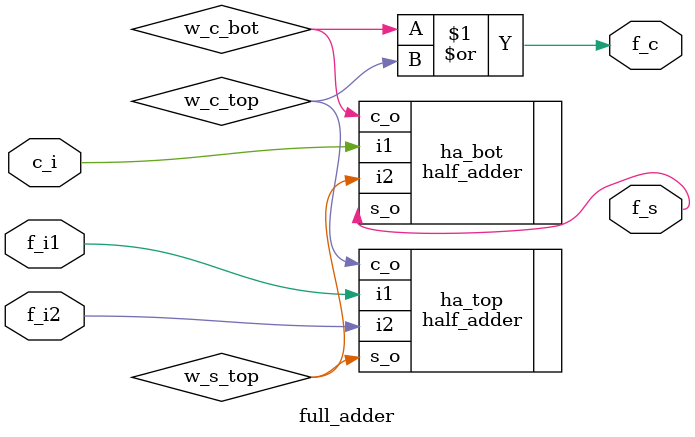
<source format=v>
`timescale 1ns / 1ps


module full_adder(
    // full adder inputs and outputs
    input c_i,
    input f_i1, 
    input f_i2, 
    output f_c, 
    output f_s

    );
    
    wire w_c_top; 
    wire w_s_top; 
    wire w_c_bot;
    
    // half adder top
    half_adder ha_top(
    .i1(f_i1), 
    .i2(f_i2),
    .c_o(w_c_top),
    .s_o(w_s_top)
    );
    
    // half adder bottom
    half_adder ha_bot(
    .i1(c_i),
    .i2(w_s_top),
    .c_o(w_c_bot),
    .s_o(f_s)
    );
    
    assign f_c = w_c_bot | w_c_top;  
           
endmodule

</source>
